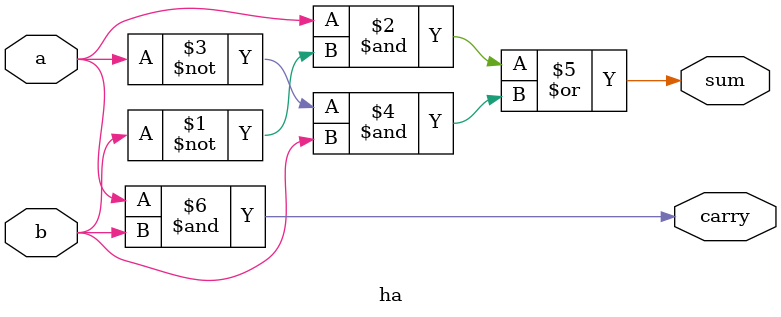
<source format=v>
module ha(a,b,sum,carry);
	input a,b;
	output sum,carry;
	
	assign sum = (a&(~b))|((~a)&(b));
	assign carry = a&b;
endmodule
</source>
